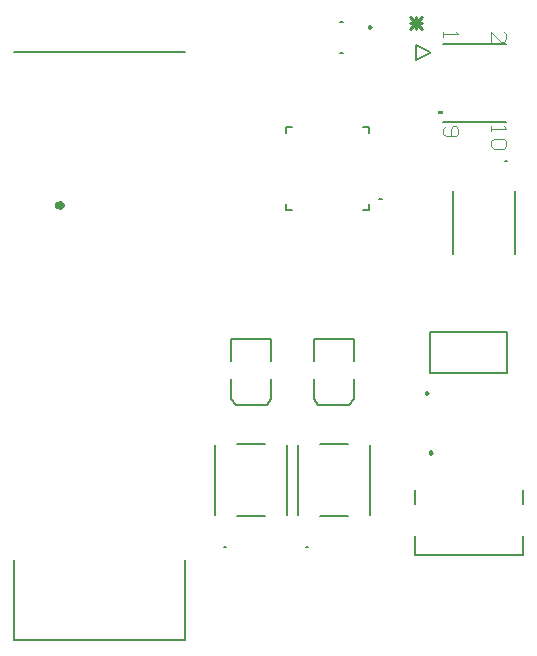
<source format=gto>
G04*
G04 #@! TF.GenerationSoftware,Altium Limited,Altium Designer,22.2.1 (43)*
G04*
G04 Layer_Color=65535*
%FSLAX25Y25*%
%MOIN*%
G70*
G04*
G04 #@! TF.SameCoordinates,F70C61CB-F540-4537-8945-4C51125ABCB5*
G04*
G04*
G04 #@! TF.FilePolarity,Positive*
G04*
G01*
G75*
%ADD10C,0.00984*%
%ADD11C,0.00787*%
%ADD12C,0.01575*%
%ADD13C,0.00600*%
%ADD14C,0.00500*%
%ADD15C,0.00300*%
%ADD16C,0.01000*%
G36*
X158750Y147000D02*
Y148000D01*
X157250D01*
Y147000D01*
X158750D01*
D02*
G37*
D10*
X135039Y176043D02*
X134301Y176470D01*
Y175617D01*
X135039Y176043D01*
X155389Y34154D02*
X154651Y34580D01*
Y33727D01*
X155389Y34154D01*
X153819Y54000D02*
X153081Y54426D01*
Y53574D01*
X153819Y54000D01*
D11*
X114035Y2854D02*
X113248D01*
X114035D01*
X86535D02*
X85748D01*
X86535D01*
X180394Y131496D02*
X179606D01*
X180394D01*
X138425Y118740D02*
X137638D01*
X138425D01*
X124508Y177618D02*
X125492D01*
X124508Y167382D02*
X125492D01*
X185492Y-59D02*
Y6339D01*
Y17165D02*
Y21811D01*
X149508Y-59D02*
X185492D01*
X149508D02*
Y6339D01*
Y17165D02*
Y21811D01*
X115807Y64547D02*
Y72028D01*
X129193Y64547D02*
Y72028D01*
X115807D02*
X129193D01*
X117382Y49980D02*
X127618D01*
X115807Y51949D02*
Y58642D01*
X127618Y49980D02*
X129193Y51949D01*
X115807Y51949D02*
X117382Y49980D01*
X129193Y51949D02*
Y58642D01*
X88307Y64547D02*
Y72028D01*
X101693Y64547D02*
Y72028D01*
X88307D02*
X101693D01*
X89882Y49980D02*
X100118D01*
X88307Y51949D02*
Y58642D01*
X100118Y49980D02*
X101693Y51949D01*
X88307Y51949D02*
X89882Y49980D01*
X101693Y51949D02*
Y58642D01*
X154705Y60610D02*
Y74390D01*
Y60610D02*
X180295D01*
X154705Y74390D02*
X180295D01*
Y60610D02*
Y74390D01*
D12*
X31791Y116713D02*
X31247Y117462D01*
X30367Y117175D01*
Y116250D01*
X31247Y115964D01*
X31791Y116713D01*
D13*
X149990Y165000D02*
X154690Y167350D01*
X149990Y165000D02*
Y170000D01*
X154690Y167650D01*
X159000Y144500D02*
X180000D01*
X159000Y170500D02*
X180000D01*
D14*
X110492Y13465D02*
Y36535D01*
X117854Y37008D02*
X127146D01*
X134508Y13465D02*
Y36535D01*
X117854Y12992D02*
X127146D01*
X82992Y13465D02*
Y36535D01*
X90354Y37008D02*
X99646D01*
X107008Y13465D02*
Y36535D01*
X90354Y12992D02*
X99646D01*
X162185Y100472D02*
Y121299D01*
X182815Y100472D02*
Y121299D01*
X134193Y115197D02*
Y117087D01*
Y140866D02*
Y142756D01*
X106634Y115197D02*
Y117087D01*
Y140866D02*
Y142756D01*
X132303Y115197D02*
X134193D01*
X132303Y142756D02*
X134193D01*
X106634Y115197D02*
X108524D01*
X106634Y142756D02*
X108524D01*
X15748Y-28169D02*
Y-1595D01*
Y-28169D02*
X72835D01*
Y-1595D01*
X15748Y167697D02*
X72835D01*
D15*
X175000Y171168D02*
Y174500D01*
X178332Y171168D01*
X179165D01*
X179998Y172001D01*
Y173667D01*
X179165Y174500D01*
X159000D02*
Y172834D01*
Y173667D01*
X163998D01*
X163165Y174500D01*
X175000Y143000D02*
Y141334D01*
Y142167D01*
X179998D01*
X179165Y143000D01*
Y138835D02*
X179998Y138002D01*
Y136336D01*
X179165Y135502D01*
X175833D01*
X175000Y136336D01*
Y138002D01*
X175833Y138835D01*
X179165D01*
X159833Y143000D02*
X159000Y142167D01*
Y140501D01*
X159833Y139668D01*
X163165D01*
X163998Y140501D01*
Y142167D01*
X163165Y143000D01*
X162332D01*
X161499Y142167D01*
Y139668D01*
D16*
X148001Y179499D02*
X151999Y175501D01*
X148001D02*
X151999Y179499D01*
X148001Y177500D02*
X151999D01*
X150000Y175501D02*
Y179499D01*
M02*

</source>
